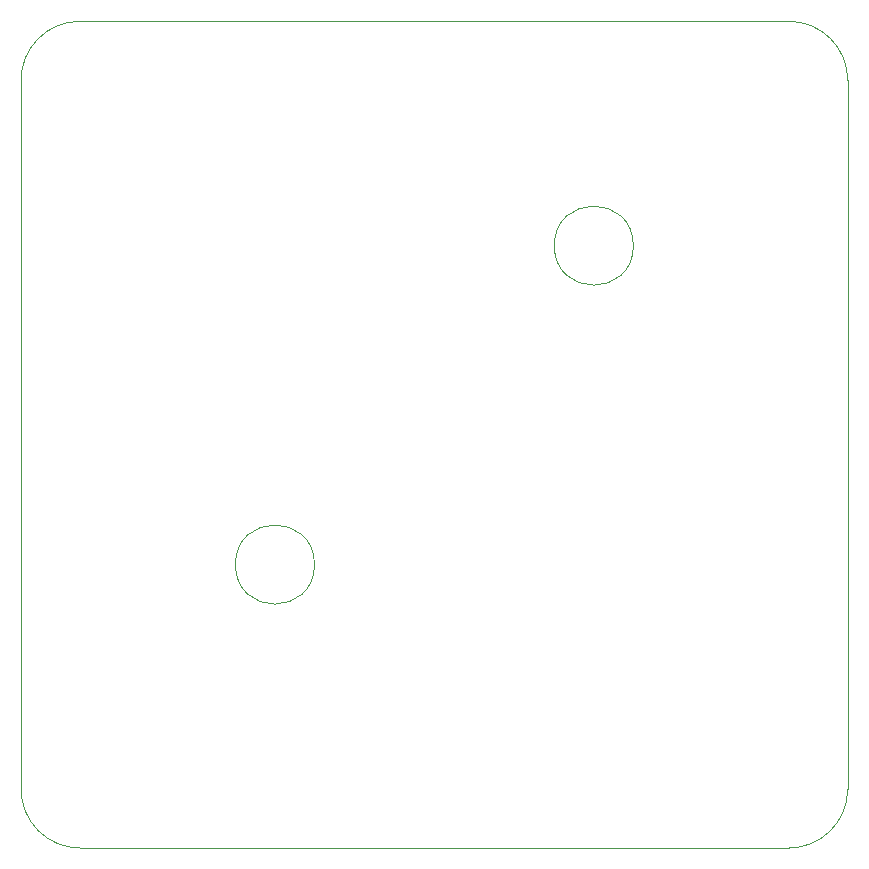
<source format=gbr>
%TF.GenerationSoftware,KiCad,Pcbnew,8.0.5-8.0.5-0~ubuntu24.04.1*%
%TF.CreationDate,2024-10-21T14:47:57+05:00*%
%TF.ProjectId,solartap_mcu_clear_60x60_g400,736f6c61-7274-4617-905f-6d63755f636c,rev?*%
%TF.SameCoordinates,Original*%
%TF.FileFunction,Profile,NP*%
%FSLAX46Y46*%
G04 Gerber Fmt 4.6, Leading zero omitted, Abs format (unit mm)*
G04 Created by KiCad (PCBNEW 8.0.5-8.0.5-0~ubuntu24.04.1) date 2024-10-21 14:47:57*
%MOMM*%
%LPD*%
G01*
G04 APERTURE LIST*
%TA.AperFunction,Profile*%
%ADD10C,0.050000*%
%TD*%
G04 APERTURE END LIST*
D10*
X125000000Y-40000000D02*
G75*
G02*
X130000000Y-45000000I0J-5000000D01*
G01*
X65000000Y-40000000D02*
X125000000Y-40000000D01*
X84850000Y-86000000D02*
G75*
G02*
X78150000Y-86000000I-3350000J0D01*
G01*
X78150000Y-86000000D02*
G75*
G02*
X84850000Y-86000000I3350000J0D01*
G01*
X130000000Y-45000000D02*
X130000000Y-105000000D01*
X125000000Y-110000000D02*
X65000000Y-110000000D01*
X111850000Y-59000000D02*
G75*
G02*
X105150000Y-59000000I-3350000J0D01*
G01*
X105150000Y-59000000D02*
G75*
G02*
X111850000Y-59000000I3350000J0D01*
G01*
X130000000Y-105000000D02*
G75*
G02*
X125000000Y-110000000I-5000000J0D01*
G01*
X60000000Y-105000000D02*
X60000000Y-45000000D01*
X60000000Y-45000000D02*
G75*
G02*
X65000000Y-40000000I5000000J0D01*
G01*
X65000000Y-110000000D02*
G75*
G02*
X60000000Y-105000000I0J5000000D01*
G01*
M02*

</source>
